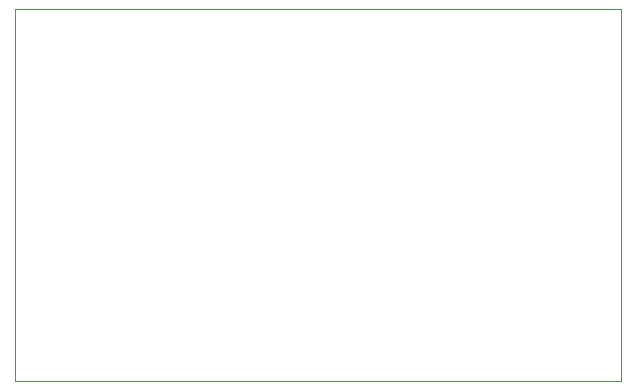
<source format=gbr>
%TF.GenerationSoftware,KiCad,Pcbnew,(6.0.4)*%
%TF.CreationDate,2022-09-30T21:10:12-05:00*%
%TF.ProjectId,WiRSa,57695253-612e-46b6-9963-61645f706362,rev?*%
%TF.SameCoordinates,Original*%
%TF.FileFunction,Profile,NP*%
%FSLAX46Y46*%
G04 Gerber Fmt 4.6, Leading zero omitted, Abs format (unit mm)*
G04 Created by KiCad (PCBNEW (6.0.4)) date 2022-09-30 21:10:12*
%MOMM*%
%LPD*%
G01*
G04 APERTURE LIST*
%TA.AperFunction,Profile*%
%ADD10C,0.050000*%
%TD*%
G04 APERTURE END LIST*
D10*
X111760000Y-72644000D02*
X111760000Y-104140000D01*
X111760000Y-104140000D02*
X60452000Y-104140000D01*
X60452000Y-72644000D02*
X111760000Y-72644000D01*
X60452000Y-104140000D02*
X60452000Y-72644000D01*
M02*

</source>
